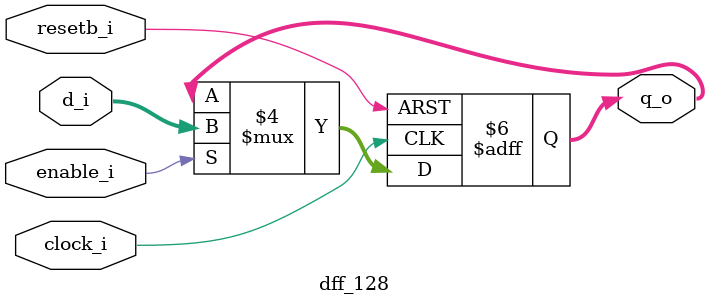
<source format=sv>

`timescale 1ns/1ps

module dff_128 
(
	input  logic[127:0] d_i, 
	input  logic clock_i, 
	input  logic resetb_i,
	input  logic enable_i,
	output logic[127:0] q_o
);

always_ff @(posedge clock_i or negedge resetb_i)
	begin : seq_0
		if (resetb_i == 0)
			q_o <= {64'h0, 64'h0, 64'h0, 64'h0};
		else if (enable_i == 1)
			q_o <= d_i;
	end : seq_0

endmodule : dff_128


</source>
